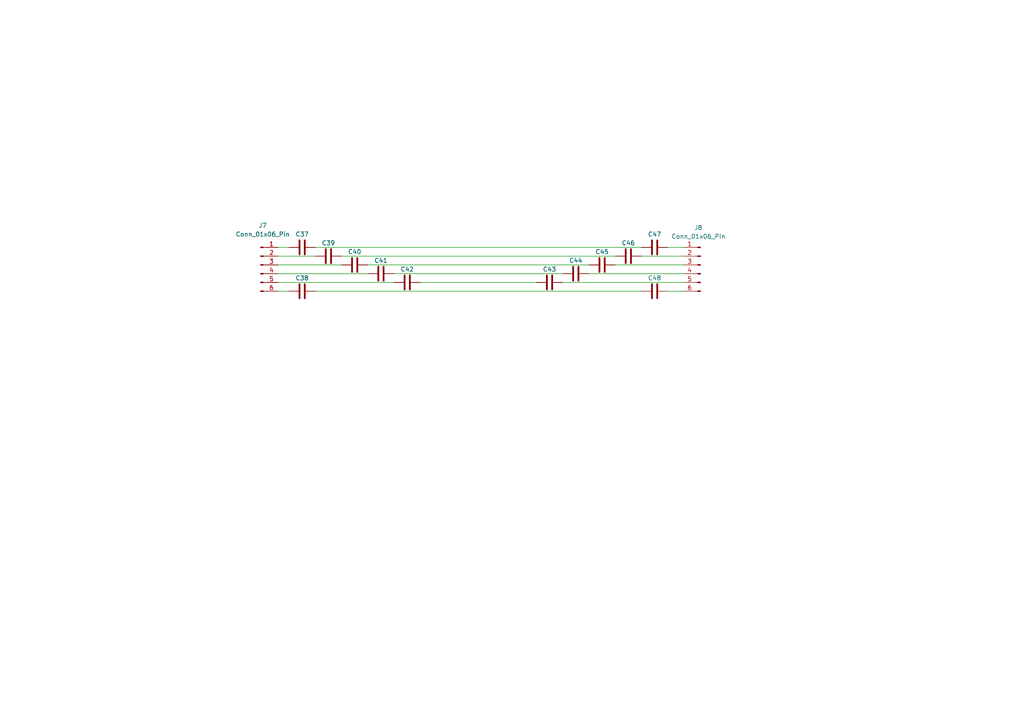
<source format=kicad_sch>
(kicad_sch (version 20231120) (generator "eeschema") (generator_version "8.0")
  (paper "A4")
  (lib_symbols
    (symbol "Connector:Conn_01x06_Pin" (pin_names (offset 1.016) hide)
      (property "Reference" "J" (at 0 7.62 0))
      (property "Value" "Conn_01x06_Pin" (at 0 -10.16 0))
      (symbol "Conn_01x06_Pin_1_1"
        (polyline (pts (xy 1.27 -7.62) (xy 0.8636 -7.62)) (stroke (width 0.1524)))
        (polyline (pts (xy 1.27 -5.08) (xy 0.8636 -5.08)) (stroke (width 0.1524)))
        (polyline (pts (xy 1.27 -2.54) (xy 0.8636 -2.54)) (stroke (width 0.1524)))
        (polyline (pts (xy 1.27 0) (xy 0.8636 0)) (stroke (width 0.1524)))
        (polyline (pts (xy 1.27 2.54) (xy 0.8636 2.54)) (stroke (width 0.1524)))
        (polyline (pts (xy 1.27 5.08) (xy 0.8636 5.08)) (stroke (width 0.1524)))
        (rectangle (start 0.8636 -7.493) (end 0 -7.747) (stroke (width 0.1524)) (fill (type outline)))
        (rectangle (start 0.8636 -4.953) (end 0 -5.207) (stroke (width 0.1524)) (fill (type outline)))
        (rectangle (start 0.8636 -2.413) (end 0 -2.667) (stroke (width 0.1524)) (fill (type outline)))
        (rectangle (start 0.8636 0.127) (end 0 -0.127) (stroke (width 0.1524)) (fill (type outline)))
        (rectangle (start 0.8636 2.667) (end 0 2.413) (stroke (width 0.1524)) (fill (type outline)))
        (rectangle (start 0.8636 5.207) (end 0 4.953) (stroke (width 0.1524)) (fill (type outline)))
        (pin passive line (at 5.08 5.08 180) (length 3.81) (name "Pin_1") (number "1"))
        (pin passive line (at 5.08 2.54 180) (length 3.81) (name "Pin_2") (number "2"))
        (pin passive line (at 5.08 0 180) (length 3.81) (name "Pin_3") (number "3"))
        (pin passive line (at 5.08 -2.54 180) (length 3.81) (name "Pin_4") (number "4"))
        (pin passive line (at 5.08 -5.08 180) (length 3.81) (name "Pin_5") (number "5"))
        (pin passive line (at 5.08 -7.62 180) (length 3.81) (name "Pin_6") (number "6"))
      )
    )
    (symbol "Device:C" (pin_numbers hide) (pin_names (offset 0.254))
      (property "Reference" "C" (at 0.635 2.54 0))
      (property "Value" "C" (at 0.635 -2.54 0))
      (symbol "C_0_1"
        (polyline (pts (xy -2.032 -0.762) (xy 2.032 -0.762)) (stroke (width 0.508)))
        (polyline (pts (xy -2.032 0.762) (xy 2.032 0.762)) (stroke (width 0.508)))
      )
      (symbol "C_1_1"
        (pin passive line (at 0 3.81 270) (length 2.794) (name "~") (number "1"))
        (pin passive line (at 0 -3.81 90) (length 2.794) (name "~") (number "2"))
      )
    )
  )
  (wire (pts (xy 163.195 81.915) (xy 198.12 81.915)))
  (wire (pts (xy 80.645 74.295) (xy 91.44 74.295)))
  (wire (pts (xy 186.055 74.295) (xy 198.12 74.295)))
  (wire (pts (xy 80.645 76.835) (xy 99.06 76.835)))
  (wire (pts (xy 106.68 76.835) (xy 170.815 76.835)))
  (wire (pts (xy 193.675 84.455) (xy 198.12 84.455)))
  (wire (pts (xy 178.435 76.835) (xy 198.12 76.835)))
  (wire (pts (xy 91.44 84.455) (xy 186.055 84.455)))
  (wire (pts (xy 121.92 81.915) (xy 155.575 81.915)))
  (wire (pts (xy 80.645 81.915) (xy 114.3 81.915)))
  (wire (pts (xy 80.645 71.755) (xy 83.82 71.755)))
  (wire (pts (xy 80.645 79.375) (xy 106.68 79.375)))
  (wire (pts (xy 114.3 79.375) (xy 163.195 79.375)))
  (wire (pts (xy 170.815 79.375) (xy 198.12 79.375)))
  (wire (pts (xy 99.06 74.295) (xy 178.435 74.295)))
  (wire (pts (xy 193.675 71.755) (xy 198.12 71.755)))
  (wire (pts (xy 80.645 84.455) (xy 83.82 84.455)))
  (wire (pts (xy 91.44 71.755) (xy 186.055 71.755)))
  (symbol (lib_id "Device:C") (at 87.63 71.755 90) (unit 1)
    (property "Reference" "C1" (at 87.63 67.945 90))
    (property "Value" "C" (effects (hide yes)))
    (property "Footprint" "Capacitor_SMD:C_0603_1608Metric" (effects (hide yes)))
    (property "Description" "Unpolarized capacitor" (effects (hide yes)))
    (instances (project "PicoRing_wirstFPCB" (path "" (reference "C37") (unit 1)) (path "" (reference "C13") (unit 1)) (path "" (reference "C1") (unit 1)) (path "" (reference "C25") (unit 1))))
  )
  (symbol (lib_id "Connector:Conn_01x06_Pin") (at 203.2 76.835 0) (mirror y) (unit 1)
    (property "Reference" "J2" (at 202.565 66.04 0))
    (property "Value" "Conn_01x06_Pin" (at 202.565 68.58 0))
    (property "Footprint" "Connector_PinHeader_2.00mm:PinHeader_1x06_P2.00mm_Vertical" (effects (hide yes)))
    (property "Description" "Generic connector, single row, 01x06, script generated" (effects (hide yes)))
    (instances (project "PicoRing_wirstFPCB" (path "" (reference "J8") (unit 1)) (path "" (reference "J4") (unit 1)) (path "" (reference "J2") (unit 1)) (path "" (reference "J6") (unit 1))))
  )
  (symbol (lib_id "Device:C") (at 189.865 71.755 90) (unit 1)
    (property "Reference" "C2" (at 189.865 67.945 90))
    (property "Value" "C" (effects (hide yes)))
    (property "Footprint" "Capacitor_SMD:C_0603_1608Metric" (effects (hide yes)))
    (property "Description" "Unpolarized capacitor" (effects (hide yes)))
    (instances (project "PicoRing_wirstFPCB" (path "" (reference "C47") (unit 1)) (path "" (reference "C23") (unit 1)) (path "" (reference "C2") (unit 1)) (path "" (reference "C35") (unit 1))))
  )
  (symbol (lib_id "Device:C") (at 118.11 81.915 90) (unit 1)
    (property "Reference" "C9" (at 118.11 78.105 90))
    (property "Value" "C" (effects (hide yes)))
    (property "Footprint" "Capacitor_SMD:C_0603_1608Metric" (effects (hide yes)))
    (property "Description" "Unpolarized capacitor" (effects (hide yes)))
    (instances (project "PicoRing_wirstFPCB" (path "" (reference "C42") (unit 1)) (path "" (reference "C18") (unit 1)) (path "" (reference "C9") (unit 1)) (path "" (reference "C30") (unit 1))))
  )
  (symbol (lib_id "Device:C") (at 182.245 74.295 90) (unit 1)
    (property "Reference" "C4" (at 182.245 70.485 90))
    (property "Value" "C" (effects (hide yes)))
    (property "Footprint" "Capacitor_SMD:C_0603_1608Metric" (effects (hide yes)))
    (property "Description" "Unpolarized capacitor" (effects (hide yes)))
    (instances (project "PicoRing_wirstFPCB" (path "" (reference "C46") (unit 1)) (path "" (reference "C22") (unit 1)) (path "" (reference "C4") (unit 1)) (path "" (reference "C34") (unit 1))))
  )
  (symbol (lib_id "Device:C") (at 95.25 74.295 90) (unit 1)
    (property "Reference" "C3" (at 95.25 70.485 90))
    (property "Value" "C" (effects (hide yes)))
    (property "Footprint" "Capacitor_SMD:C_0603_1608Metric" (effects (hide yes)))
    (property "Description" "Unpolarized capacitor" (effects (hide yes)))
    (instances (project "PicoRing_wirstFPCB" (path "" (reference "C39") (unit 1)) (path "" (reference "C15") (unit 1)) (path "" (reference "C3") (unit 1)) (path "" (reference "C27") (unit 1))))
  )
  (symbol (lib_id "Device:C") (at 159.385 81.915 90) (unit 1)
    (property "Reference" "C10" (at 159.385 78.105 90))
    (property "Value" "C" (effects (hide yes)))
    (property "Footprint" "Capacitor_SMD:C_0603_1608Metric" (effects (hide yes)))
    (property "Description" "Unpolarized capacitor" (effects (hide yes)))
    (instances (project "PicoRing_wirstFPCB" (path "" (reference "C43") (unit 1)) (path "" (reference "C19") (unit 1)) (path "" (reference "C10") (unit 1)) (path "" (reference "C31") (unit 1))))
  )
  (symbol (lib_id "Connector:Conn_01x06_Pin") (at 75.565 76.835 0) (unit 1)
    (property "Reference" "J1" (at 76.2 65.405 0))
    (property "Value" "Conn_01x06_Pin" (at 76.2 67.945 0))
    (property "Footprint" "Connector_PinHeader_2.00mm:PinHeader_1x06_P2.00mm_Vertical" (effects (hide yes)))
    (property "Description" "Generic connector, single row, 01x06, script generated" (effects (hide yes)))
    (instances (project "PicoRing_wirstFPCB" (path "" (reference "J7") (unit 1)) (path "" (reference "J3") (unit 1)) (path "" (reference "J1") (unit 1)) (path "" (reference "J5") (unit 1))))
  )
  (symbol (lib_id "Device:C") (at 174.625 76.835 90) (unit 1)
    (property "Reference" "C6" (at 174.625 73.025 90))
    (property "Value" "C" (effects (hide yes)))
    (property "Footprint" "Capacitor_SMD:C_0603_1608Metric" (effects (hide yes)))
    (property "Description" "Unpolarized capacitor" (effects (hide yes)))
    (instances (project "PicoRing_wirstFPCB" (path "" (reference "C45") (unit 1)) (path "" (reference "C21") (unit 1)) (path "" (reference "C6") (unit 1)) (path "" (reference "C33") (unit 1))))
  )
  (symbol (lib_id "Device:C") (at 102.87 76.835 90) (unit 1)
    (property "Reference" "C5" (at 102.87 73.025 90))
    (property "Value" "C" (effects (hide yes)))
    (property "Footprint" "Capacitor_SMD:C_0603_1608Metric" (effects (hide yes)))
    (property "Description" "Unpolarized capacitor" (effects (hide yes)))
    (instances (project "PicoRing_wirstFPCB" (path "" (reference "C40") (unit 1)) (path "" (reference "C16") (unit 1)) (path "" (reference "C5") (unit 1)) (path "" (reference "C28") (unit 1))))
  )
  (symbol (lib_id "Device:C") (at 110.49 79.375 90) (unit 1)
    (property "Reference" "C7" (at 110.49 75.565 90))
    (property "Value" "C" (effects (hide yes)))
    (property "Footprint" "Capacitor_SMD:C_0603_1608Metric" (effects (hide yes)))
    (property "Description" "Unpolarized capacitor" (effects (hide yes)))
    (instances (project "PicoRing_wirstFPCB" (path "" (reference "C41") (unit 1)) (path "" (reference "C17") (unit 1)) (path "" (reference "C7") (unit 1)) (path "" (reference "C29") (unit 1))))
  )
  (symbol (lib_id "Device:C") (at 87.63 84.455 90) (unit 1)
    (property "Reference" "C11" (at 87.63 80.645 90))
    (property "Value" "C" (effects (hide yes)))
    (property "Footprint" "Capacitor_SMD:C_0603_1608Metric" (effects (hide yes)))
    (property "Description" "Unpolarized capacitor" (effects (hide yes)))
    (instances (project "PicoRing_wirstFPCB" (path "" (reference "C38") (unit 1)) (path "" (reference "C14") (unit 1)) (path "" (reference "C11") (unit 1)) (path "" (reference "C26") (unit 1))))
  )
  (symbol (lib_id "Device:C") (at 167.005 79.375 90) (unit 1)
    (property "Reference" "C8" (at 167.005 75.565 90))
    (property "Value" "C" (effects (hide yes)))
    (property "Footprint" "Capacitor_SMD:C_0603_1608Metric" (effects (hide yes)))
    (property "Description" "Unpolarized capacitor" (effects (hide yes)))
    (instances (project "PicoRing_wirstFPCB" (path "" (reference "C44") (unit 1)) (path "" (reference "C20") (unit 1)) (path "" (reference "C8") (unit 1)) (path "" (reference "C32") (unit 1))))
  )
  (symbol (lib_id "Device:C") (at 189.865 84.455 90) (unit 1)
    (property "Reference" "C12" (at 189.865 80.645 90))
    (property "Value" "C" (effects (hide yes)))
    (property "Footprint" "Capacitor_SMD:C_0603_1608Metric" (effects (hide yes)))
    (property "Description" "Unpolarized capacitor" (effects (hide yes)))
    (instances (project "PicoRing_wirstFPCB" (path "" (reference "C48") (unit 1)) (path "" (reference "C24") (unit 1)) (path "" (reference "C12") (unit 1)) (path "" (reference "C36") (unit 1))))
  )
)
</source>
